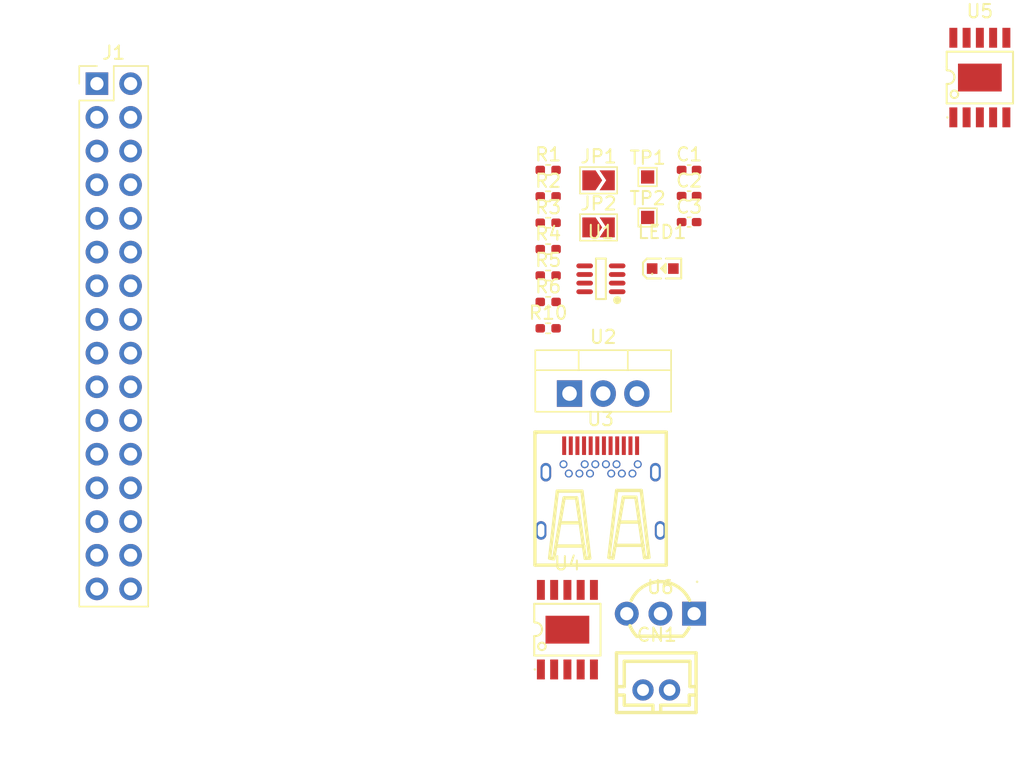
<source format=kicad_pcb>
(kicad_pcb (version 20221018) (generator pcbnew)
  (layers (0 "F.Cu" signal) (31 "B.Cu" signal) (34 "B.Paste" user) (35 "F.Paste" user) (36 "B.SilkS" user "B.Silkscreen") (37 "F.SilkS" user "F.Silkscreen") (38 "B.Mask" user) (39 "F.Mask" user) (44 "Edge.Cuts" user))
  (net 0 "")
  (net 1 "/VBUS")
  (net 2 "/GND")
  (net 3 "/Step_5V")
  (net 4 "Net-(U4-VDD)")
  (net 5 "/BATT_OUT")
  (net 6 "/BATTERY")
  (net 7 "/Motor2_B_OUT")
  (net 8 "/Motot2_A_OUT")
  (net 9 "/Motor4_A_OUT")
  (net 10 "/MOTOR2_CTRL1")
  (net 11 "/Motor4_B_OUT")
  (net 12 "/MOTOR2_CTRL2")
  (net 13 "/CTRL_EXT_LOAD2")
  (net 14 "/MOTOR4_CTRL1")
  (net 16 "/MOTOR4_CTRL2")
  (net 17 "/EXT_LOAD2_OUT")
  (net 19 "/FAST_CHARGE")
  (net 21 "/I2C1_SCL")
  (net 22 "/I2C1_SDA")
  (net 23 "/3V3")
  (net 24 "/5V")
  (net 25 "/EXT_LOAD1_OUT")
  (net 26 "/9V")
  (net 27 "/MOTOR3_CTRL1")
  (net 28 "/CTRL_EXT_LOAD1")
  (net 29 "/MOTOR3_CTRL2")
  (net 30 "/MOTOR3_A_OUT")
  (net 31 "/MOTOR1_CTRL1")
  (net 32 "/MOTOR3_B_OUT")
  (net 33 "/MOTOR1_CTRL2")
  (net 34 "/MOTOR1_B_OUT")
  (net 35 "/MOTOR1_A_OUT")
  (net 36 "Net-(JP1-A)")
  (net 37 "/CC2")
  (net 38 "Net-(JP2-A)")
  (net 39 "Net-(LED1-A)")
  (net 40 "Net-(U4-CFG1)")
  (net 41 "Net-(U4-VBUS)")
  (net 42 "Net-(U5-CHRG)")
  (net 43 "Net-(U1-A1)")
  (net 44 "Net-(U6-C)")
  (net 45 "/PROG")
  (net 51 "/CC1")
  (footprint "Jumper:SolderJumper-2_P1.3mm_Open_TrianglePad1.0x1.5mm" (layer "F.Cu") (at 88.628 65.707898)
    (fp_text reference "JP1" (at 0 -1.8) (layer "F.SilkS"))
    (fp_text value "Jumper_2_Open")
    (fp_line (start -1.4 -1) (end 1.4 -1) (stroke (width 0.12)) (layer "F.SilkS"))
    (fp_line (start -1.4 1) (end -1.4 -1) (stroke (width 0.12)) (layer "F.SilkS"))
    (fp_line (start 1.4 -1) (end 1.4 1) (stroke (width 0.12)) (layer "F.SilkS"))
    (fp_line (start 1.4 1) (end -1.4 1) (stroke (width 0.12)) (layer "F.SilkS"))
    (pad "1" smd custom (at -0.725 0) (size 0.3 0.3) (layers "F.Cu" "F.Mask") (net 36 "Net-(JP1-A)") (options (clearance outline) (anchor rect)) (primitives (gr_poly (pts (xy 1 0) (xy 0.5 0.75) (xy -0.5 0.75) (xy -0.5 -0.75) (xy 0.5 -0.75)) (width 0) (fill yes))))
    (pad "2" smd custom (at 0.725 0) (size 0.3 0.3) (layers "F.Cu" "F.Mask") (net 37 "/CC2") (options (clearance outline) (anchor rect)) (primitives (gr_poly (pts (xy 0.5 0.75) (xy -0.65 0.75) (xy -0.15 0) (xy -0.65 -0.75) (xy 0.5 -0.75)) (width 0) (fill yes))))
  )
  (footprint "usb c:USB-C-SMD_C67380" (layer "F.Cu") (at 88.78301 88.913805)
    (fp_text reference "U3" (at 0 -5.195326) (layer "F.SilkS"))
    (fp_text value "FUC-24F11-SNLB1")
    (fp_line (start -4.95301 -4.222504) (end -4.95301 5.810516) (stroke (width 0.254001)) (layer "F.SilkS"))
    (fp_line (start -4.95301 5.810516) (end 4.95301 5.810516) (stroke (width 0.254001)) (layer "F.SilkS"))
    (fp_line (start -3.845237 5.285014) (end -3.261036 0.230404) (stroke (width 0.254001)) (layer "F.SilkS"))
    (fp_line (start -3.540386 5.335789) (end -3.845237 5.285014) (stroke (width 0.254001)) (layer "F.SilkS"))
    (fp_line (start -3.261036 0.230404) (end -1.406807 0.230404) (stroke (width 0.254001)) (layer "F.SilkS"))
    (fp_line (start -2.753035 0.738405) (end -3.540386 5.335789) (stroke (width 0.254001)) (layer "F.SilkS"))
    (fp_line (start -1.813233 0.738405) (end -2.753035 0.738405) (stroke (width 0.254001)) (layer "F.SilkS"))
    (fp_line (start -1.584608 2.618009) (end -3.032385 2.618009) (stroke (width 0.254001)) (layer "F.SilkS"))
    (fp_line (start -1.406807 0.230404) (end -0.825146 5.277369) (stroke (width 0.254001)) (layer "F.SilkS"))
    (fp_line (start -1.254382 4.370638) (end -3.337236 4.370638) (stroke (width 0.254001)) (layer "F.SilkS"))
    (fp_line (start -1.157912 5.302794) (end -1.813233 0.738405) (stroke (width 0.254001)) (layer "F.SilkS"))
    (fp_line (start -0.825146 5.277369) (end -1.157912 5.302794) (stroke (width 0.254001)) (layer "F.SilkS"))
    (fp_line (start 0.625197 5.234214) (end 0.929972 5.285014) (stroke (width 0.254001)) (layer "F.SilkS"))
    (fp_line (start 0.929972 5.285014) (end 1.717399 0.68763) (stroke (width 0.254001)) (layer "F.SilkS"))
    (fp_line (start 1.209398 0.179629) (end 0.625197 5.234214) (stroke (width 0.254001)) (layer "F.SilkS"))
    (fp_line (start 1.717399 0.68763) (end 2.657201 0.68763) (stroke (width 0.254001)) (layer "F.SilkS"))
    (fp_line (start 2.657201 0.68763) (end 3.312522 5.252019) (stroke (width 0.254001)) (layer "F.SilkS"))
    (fp_line (start 2.885776 2.567209) (end 1.437973 2.567209) (stroke (width 0.254001)) (layer "F.SilkS"))
    (fp_line (start 3.063627 0.179629) (end 1.209398 0.179629) (stroke (width 0.254001)) (layer "F.SilkS"))
    (fp_line (start 3.215977 4.319787) (end 1.133198 4.319787) (stroke (width 0.254001)) (layer "F.SilkS"))
    (fp_line (start 3.312522 5.252019) (end 3.645237 5.226594) (stroke (width 0.254001)) (layer "F.SilkS"))
    (fp_line (start 3.645237 5.226594) (end 3.063627 0.179629) (stroke (width 0.254001)) (layer "F.SilkS"))
    (fp_line (start 4.95301 -4.222504) (end -4.95301 -4.222504) (stroke (width 0.254001)) (layer "F.SilkS"))
    (fp_line (start 4.95301 5.810516) (end 4.95301 -4.222504) (stroke (width 0.254001)) (layer "F.SilkS"))
    (fp_circle (center -4.800076 -4.1476) (end -4.770079 -4.1476) (stroke (width 0.059995)) (fill none) (layer "F.SilkS"))
    (pad "" np_thru_hole circle (at -3.599949 -2.444501) (size 0.649987 0.649987) (drill 0.649987) (layers "*.Cu" "*.Mask"))
    (pad "" np_thru_hole circle (at 3.749809 -2.444501) (size 0.950013 0.950013) (drill 0.950013) (layers "*.Cu" "*.Mask"))
    (pad "13" thru_hole oval (at 4.129794 -1.194564 180) (size 0.8 1.4) (drill oval 0.500025 1) (layers "*.Cu" "*.Mask"))
    (pad "14" thru_hole oval (at -4.130048 -1.194564 180) (size 0.8 1.4) (drill oval 0.500025 1) (layers "*.Cu" "*.Mask"))
    (pad "15" thru_hole oval (at -4.489967 3.195326 180) (size 0.8 1.4) (drill oval 0.500025 1) (layers "*.Cu" "*.Mask"))
    (pad "16" thru_hole oval (at 4.489967 3.195326 180) (size 0.8 1.4) (drill oval 0.500025 1) (layers "*.Cu" "*.Mask"))
    (pad "A1" smd rect (at -2.749301 -3.195326 180) (size 0.3 1.4) (layers "F.Cu" "F.Paste" "F.Mask") (net 2 "/GND"))
    (pad "A2" smd rect (at -2.250191 -3.195326 180) (size 0.3 1.4) (layers "F.Cu" "F.Paste" "F.Mask"))
    (pad "A3" smd rect (at -1.75108 -3.195326 180) (size 0.3 1.4) (layers "F.Cu" "F.Paste" "F.Mask"))
    (pad "A4" smd rect (at -1.250699 -3.195326 180) (size 0.3 1.4) (layers "F.Cu" "F.Paste" "F.Mask") (net 1 "/VBUS"))
    (pad "A5" smd rect (at -0.750318 -3.195326 180) (size 0.3 1.4) (layers "F.Cu" "F.Paste" "F.Mask") (net 51 "/CC1"))
    (pad "A6" smd rect (at -0.249936 -3.195326 180) (size 0.3 1.4) (layers "F.Cu" "F.Paste" "F.Mask"))
    (pad "A7" smd rect (at 0.250445 -3.195326 180) (size 0.3 1.4) (layers "F.Cu" "F.Paste" "F.Mask"))
    (pad "A8" smd rect (at 0.750826 -3.195326 180) (size 0.3 1.4) (layers "F.Cu" "F.Paste" "F.Mask"))
    (pad "A9" smd rect (at 1.249936 -3.195326 180) (size 0.3 1.4) (layers "F.Cu" "F.Paste" "F.Mask") (net 1 "/VBUS"))
    (pad "A10" smd rect (at 1.749047 -3.195326 180) (size 0.3 1.4) (layers "F.Cu" "F.Paste" "F.Mask"))
    (pad "A11" smd rect (at 2.249428 -3.195326 180) (size 0.3 1.4) (layers "F.Cu" "F.Paste" "F.Mask"))
    (pad "A12" smd rect (at 2.749809 -3.195326 180) (size 0.3 1.4) (layers "F.Cu" "F.Paste" "F.Mask") (net 2 "/GND"))
    (pad "B1" thru_hole circle (at 2.799848 -1.794514 180) (size 0.6 0.6) (drill 0.4) (layers "*.Cu" "*.Mask") (net 2 "/GND"))
    (pad "B2" thru_hole circle (at 2.399797 -1.094488 180) (size 0.6 0.6) (drill 0.4) (layers "*.Cu" "*.Mask"))
    (pad "B3" thru_hole circle (at 1.599949 -1.094488 180) (size 0.6 0.6) (drill 0.4) (layers "*.Cu" "*.Mask"))
    (pad "B4" thru_hole circle (at 1.199898 -1.794514 180) (size 0.6 0.6) (drill 0.4) (layers "*.Cu" "*.Mask") (net 1 "/VBUS"))
    (pad "B5" thru_hole circle (at 0.799848 -1.094488 180) (size 0.6 0.6) (drill 0.4) (layers "*.Cu" "*.Mask") (net 36 "Net-(JP1-A)"))
    (pad "B6" thru_hole circle (at 0.399797 -1.794514 180) (size 0.6 0.6) (drill 0.4) (layers "*.Cu" "*.Mask"))
    (pad "B7" thru_hole circle (at -0.400051 -1.794514 180) (size 0.6 0.6) (drill 0.4) (layers "*.Cu" "*.Mask"))
    (pad "B8" thru_hole circle (at -0.800102 -1.094488 180) (size 0.6 0.6) (drill 0.4) (layers "*.Cu" "*.Mask"))
    (pad "B9" thru_hole circle (at -1.200152 -1.794514 180) (size 0.6 0.6) (drill 0.4) (layers "*.Cu" "*.Mask") (net 1 "/VBUS"))
    (pad "B10" thru_hole circle (at -1.600203 -1.094488 180) (size 0.6 0.6) (drill 0.4) (layers "*.Cu" "*.Mask"))
    (pad "B11" thru_hole circle (at -2.400051 -1.094488 180) (size 0.6 0.6) (drill 0.4) (layers "*.Cu" "*.Mask"))
    (pad "B12" thru_hole circle (at -2.800102 -1.794514 180) (size 0.6 0.6) (drill 0.4) (layers "*.Cu" "*.Mask") (net 2 "/GND"))
  )
  (footprint "Resistor_SMD:R_0402_1005Metric_Pad0.72x0.64mm_HandSolder" (layer "F.Cu") (at 84.828 64.927898)
    (fp_text reference "R1" (at 0 -1.17) (layer "F.SilkS"))
    (fp_text value "1k")
    (fp_line (start -0.167621 -0.38) (end 0.167621 -0.38) (stroke (width 0.12)) (layer "F.SilkS"))
    (fp_line (start -0.167621 0.38) (end 0.167621 0.38) (stroke (width 0.12)) (layer "F.SilkS"))
    (pad "1" smd roundrect (at -0.5975 0) (size 0.715 0.64) (layers "F.Cu" "F.Paste" "F.Mask") (net 4 "Net-(U4-VDD)"))
    (pad "2" smd roundrect (at 0.5975 0) (size 0.715 0.64) (layers "F.Cu" "F.Paste" "F.Mask") (net 1 "/VBUS"))
  )
  (footprint "ina219:SOT-23-8_L3.0-W1.7-P0.65-LS2.8-BR" (layer "F.Cu") (at 88.805057 73.135311)
    (fp_text reference "U1" (at 0 -3.526213) (layer "F.SilkS"))
    (fp_text value "INA219AIDCNR")
    (fp_line (start -0.3714 -1.526213) (end 0.3714 -1.526213) (stroke (width 0.1524)) (layer "F.SilkS"))
    (fp_line (start -0.3714 1.526213) (end -0.3714 -1.526213) (stroke (width 0.1524)) (layer "F.SilkS"))
    (fp_line (start 0.3714 -1.526213) (end 0.3714 1.526213) (stroke (width 0.1524)) (layer "F.SilkS"))
    (fp_line (start 0.3714 1.526213) (end -0.3714 1.526213) (stroke (width 0.1524)) (layer "F.SilkS"))
    (fp_circle (center 1.22606 1.609347) (end 1.376175 1.609347) (stroke (width 0.3)) (fill none) (layer "F.SilkS"))
    (fp_circle (center 1.400051 1.450089) (end 1.430023 1.450089) (stroke (width 0.059995)) (fill none) (layer "F.SilkS"))
    (pad "1" smd oval (at 1.22606 0.975108) (size 1.251994 0.364008) (layers "F.Cu" "F.Paste" "F.Mask") (net 6 "/BATTERY"))
    (pad "2" smd oval (at 1.22606 0.325121) (size 1.251994 0.364008) (layers "F.Cu" "F.Paste" "F.Mask") (net 5 "/BATT_OUT"))
    (pad "3" smd oval (at 1.22606 -0.324867) (size 1.251994 0.364008) (layers "F.Cu" "F.Paste" "F.Mask") (net 2 "/GND"))
    (pad "4" smd oval (at 1.22606 -0.975108) (size 1.251994 0.364008) (layers "F.Cu" "F.Paste" "F.Mask") (net 23 "/3V3"))
    (pad "5" smd oval (at -1.22606 -0.975108) (size 1.251994 0.364008) (layers "F.Cu" "F.Paste" "F.Mask") (net 21 "/I2C1_SCL"))
    (pad "6" smd oval (at -1.22606 -0.324867) (size 1.251994 0.364008) (layers "F.Cu" "F.Paste" "F.Mask") (net 22 "/I2C1_SDA"))
    (pad "7" smd oval (at -1.22606 0.325121) (size 1.251994 0.364008) (layers "F.Cu" "F.Paste" "F.Mask") (net 38 "Net-(JP2-A)"))
    (pad "8" smd oval (at -1.22606 0.975108) (size 1.251994 0.364008) (layers "F.Cu" "F.Paste" "F.Mask") (net 43 "Net-(U1-A1)"))
  )
  (footprint "Capacitor_SMD:C_0402_1005Metric_Pad0.74x0.62mm_HandSolder" (layer "F.Cu") (at 95.458 68.857898)
    (fp_text reference "C3" (at 0 -1.16) (layer "F.SilkS"))
    (fp_text value "1uF")
    (fp_line (start -0.115835 -0.36) (end 0.115835 -0.36) (stroke (width 0.12)) (layer "F.SilkS"))
    (fp_line (start -0.115835 0.36) (end 0.115835 0.36) (stroke (width 0.12)) (layer "F.SilkS"))
    (pad "1" smd roundrect (at -0.5675 0) (size 0.735 0.62) (layers "F.Cu" "F.Paste" "F.Mask") (net 4 "Net-(U4-VDD)"))
    (pad "2" smd roundrect (at 0.5675 0) (size 0.735 0.62) (layers "F.Cu" "F.Paste" "F.Mask") (net 2 "/GND"))
  )
  (footprint "batt_conn:CONN-TH_B2B-PH-K-S" (layer "F.Cu") (at 92.98 104.14)
    (fp_text reference "CN1" (at 0.039522 -4.159004) (layer "F.SilkS"))
    (fp_text value "B2B-PH-K-S(LF)(SN)")
    (fp_line (start -3 -2.800102) (end -3 1.700025) (stroke (width 0.254001)) (layer "F.SilkS"))
    (fp_line (start -3 1.700025) (end 3 1.700025) (stroke (width 0.254001)) (layer "F.SilkS"))
    (fp_line (start -2.921006 -0.254001) (end -2.413005 -0.254001) (stroke (width 0.254001)) (layer "F.SilkS"))
    (fp_line (start -2.921006 0.381001) (end -2.413005 0.381001) (stroke (width 0.254001)) (layer "F.SilkS"))
    (fp_line (start -2.413005 -2.159004) (end 2.540005 -2.159004) (stroke (width 0.254001)) (layer "F.SilkS"))
    (fp_line (start -2.413005 -0.254001) (end -2.413005 -2.159004) (stroke (width 0.254001)) (layer "F.SilkS"))
    (fp_line (start -2.413005 0.381001) (end -2.413005 1.143002) (stroke (width 0.254001)) (layer "F.SilkS"))
    (fp_line (start -2.413005 1.143002) (end -0.254001 1.143002) (stroke (width 0.254001)) (layer "F.SilkS"))
    (fp_line (start -0.254001 1.143002) (end -0.254001 1.651003) (stroke (width 0.254001)) (layer "F.SilkS"))
    (fp_line (start 0.333045 1.143002) (end 0.333045 1.651003) (stroke (width 0.254001)) (layer "F.SilkS"))
    (fp_line (start 2.49205 0.381001) (end 2.49205 1.143002) (stroke (width 0.254001)) (layer "F.SilkS"))
    (fp_line (start 2.49205 1.143002) (end 0.333045 1.143002) (stroke (width 0.254001)) (layer "F.SilkS"))
    (fp_line (start 2.540005 -2.159004) (end 2.540005 -0.254001) (stroke (width 0.254001)) (layer "F.SilkS"))
    (fp_line (start 2.540005 -0.254001) (end 2.921006 -0.254001) (stroke (width 0.254001)) (layer "F.SilkS"))
    (fp_line (start 3 -2.800102) (end -3 -2.800102) (stroke (width 0.254001)) (layer "F.SilkS"))
    (fp_line (start 3 1.700025) (end 3 -2.800102) (stroke (width 0.254001)) (layer "F.SilkS"))
    (fp_line (start 3.000051 0.381001) (end 2.49205 0.381001) (stroke (width 0.254001)) (layer "F.SilkS"))
    (fp_circle (center 2.949962 -2.800102) (end 2.979934 -2.800102) (stroke (width 0.059995)) (fill none) (layer "F.SilkS"))
    (pad "1" thru_hole circle (at 1 0 180) (size 1.6 1.6) (drill 0.900025) (layers "*.Cu" "*.Mask") (net 6 "/BATTERY"))
    (pad "2" thru_hole circle (at -1 0 180) (size 1.6 1.6) (drill 0.900025) (layers "*.Cu" "*.Mask") (net 5 "/BATT_OUT"))
  )
  (footprint "Resistor_SMD:R_0402_1005Metric_Pad0.72x0.64mm_HandSolder" (layer "F.Cu") (at 84.828 70.897898)
    (fp_text reference "R4" (at 0 -1.17) (layer "F.SilkS"))
    (fp_text value "1k")
    (fp_line (start -0.167621 -0.38) (end 0.167621 -0.38) (stroke (width 0.12)) (layer "F.SilkS"))
    (fp_line (start -0.167621 0.38) (end 0.167621 0.38) (stroke (width 0.12)) (layer "F.SilkS"))
    (pad "1" smd roundrect (at -0.5975 0) (size 0.715 0.64) (layers "F.Cu" "F.Paste" "F.Mask") (net 42 "Net-(U5-CHRG)"))
    (pad "2" smd roundrect (at 0.5975 0) (size 0.715 0.64) (layers "F.Cu" "F.Paste" "F.Mask") (net 39 "Net-(LED1-A)"))
  )
  (footprint "Capacitor_SMD:C_0402_1005Metric_Pad0.74x0.62mm_HandSolder" (layer "F.Cu") (at 95.458 66.887898)
    (fp_text reference "C2" (at 0 -1.16) (layer "F.SilkS"))
    (fp_text value "10uf")
    (fp_line (start -0.115835 -0.36) (end 0.115835 -0.36) (stroke (width 0.12)) (layer "F.SilkS"))
    (fp_line (start -0.115835 0.36) (end 0.115835 0.36) (stroke (width 0.12)) (layer "F.SilkS"))
    (pad "1" smd roundrect (at -0.5675 0) (size 0.735 0.62) (layers "F.Cu" "F.Paste" "F.Mask") (net 3 "/Step_5V"))
    (pad "2" smd roundrect (at 0.5675 0) (size 0.735 0.62) (layers "F.Cu" "F.Paste" "F.Mask") (net 2 "/GND"))
  )
  (footprint "tc4056:ESSOP-10_L4.9-W3.9-P1.0-LS6.0-TL-EP" (layer "F.Cu") (at 117.379924 57.959873)
    (fp_text reference "U5" (at 0 -5.000127) (layer "F.SilkS"))
    (fp_text value "TC4056A")
    (fp_line (start -2.5 -1.949962) (end 2.5 -1.949962) (stroke (width 0.150013)) (layer "F.SilkS"))
    (fp_line (start -2.5 -0.81999) (end -2.5 -1.949962) (stroke (width 0.150013)) (layer "F.SilkS"))
    (fp_line (start -2.5 -0.58001) (end -2.5 -0.81999) (stroke (width 0.150013)) (layer "F.SilkS"))
    (fp_line (start -2.5 0.480036) (end -2.399975 0.480036) (stroke (width 0.150013)) (layer "F.SilkS"))
    (fp_line (start -2.5 1.950013) (end -2.5 0.480036) (stroke (width 0.150013)) (layer "F.SilkS"))
    (fp_line (start -2.5 1.950013) (end 2.5 1.950013) (stroke (width 0.150013)) (layer "F.SilkS"))
    (fp_line (start -2.46002 -0.540005) (end -2.5 -0.58001) (stroke (width 0.150013)) (layer "F.SilkS"))
    (fp_line (start 2.5 1.950013) (end 2.5 -1.949962) (stroke (width 0.150013)) (layer "F.SilkS"))
    (fp_arc (start -2.459995 -0.540005) (mid -2.063915 -0.396079) (end -1.91999 0.000001) (stroke (width 0.150013)) (layer "F.SilkS"))
    (fp_arc (start -1.91999 0) (mid -2.060582 0.339418) (end -2.4 0.48001) (stroke (width 0.150013)) (layer "F.SilkS"))
    (fp_circle (center -2.450013 3.000127) (end -2.420041 3.000127) (stroke (width 0.059995)) (fill none) (layer "F.SilkS"))
    (fp_circle (center -1.919914 1.260224) (end -1.635687 1.260224) (stroke (width 0.150013)) (fill none) (layer "F.SilkS"))
    (pad "1" smd rect (at -1.999924 3.000127 90) (size 1.5 0.6) (layers "F.Cu" "F.Paste" "F.Mask") (net 2 "/GND"))
    (pad "2" smd rect (at -0.999924 3.000127 90) (size 1.5 0.6) (layers "F.Cu" "F.Paste" "F.Mask") (net 45 "/PROG"))
    (pad "3" smd rect (at 0.000076 3.000127 90) (size 1.5 0.6) (layers "F.Cu" "F.Paste" "F.Mask") (net 2 "/GND"))
    (pad "4" smd rect (at 1.000076 3.000127 90) (size 1.5 0.6) (layers "F.Cu" "F.Paste" "F.Mask") (net 3 "/Step_5V"))
    (pad "5" smd rect (at 2.000076 3.000127 90) (size 1.5 0.6) (layers "F.Cu" "F.Paste" "F.Mask") (net 6 "/BATTERY"))
    (pad "6" smd rect (at 2.000076 -2.999873 90) (size 1.5 0.6) (layers "F.Cu" "F.Paste" "F.Mask"))
    (pad "7" smd rect (at 1.000076 -3.000127 90) (size 1.5 0.6) (layers "F.Cu" "F.Paste" "F.Mask") (net 42 "Net-(U5-CHRG)"))
    (pad "8" smd rect (at 0.000076 -3.000127 90) (size 1.5 0.6) (layers "F.Cu" "F.Paste" "F.Mask") (net 2 "/GND"))
    (pad "9" smd rect (at -0.999924 -3.000127 90) (size 1.5 0.6) (layers "F.Cu" "F.Paste" "F.Mask") (net 2 "/GND"))
    (pad "10" smd rect (at -1.999924 -2.999873 90) (size 1.5 0.6) (layers "F.Cu" "F.Paste" "F.Mask"))
    (pad "11" smd rect (at 0.000076 -0.000127 180) (size 3.3 2.1) (layers "F.Cu" "F.Paste" "F.Mask"))
  )
  (footprint "TestPoint:TestPoint_Pad_1.0x1.0mm" (layer "F.Cu") (at 92.328 65.457898)
    (fp_text reference "TP1" (at 0 -1.448) (layer "F.SilkS"))
    (fp_text value "TestPoint")
    (fp_line (start -0.7 -0.7) (end 0.7 -0.7) (stroke (width 0.12)) (layer "F.SilkS"))
    (fp_line (start -0.7 0.7) (end -0.7 -0.7) (stroke (width 0.12)) (layer "F.SilkS"))
    (fp_line (start 0.7 -0.7) (end 0.7 0.7) (stroke (width 0.12)) (layer "F.SilkS"))
    (fp_line (start 0.7 0.7) (end -0.7 0.7) (stroke (width 0.12)) (layer "F.SilkS"))
    (pad "1" smd rect (at 0 0) (size 1 1) (layers "F.Cu" "F.Mask") (net 1 "/VBUS"))
  )
  (footprint "Resistor_SMD:R_0402_1005Metric_Pad0.72x0.64mm_HandSolder" (layer "F.Cu") (at 84.828 72.887898)
    (fp_text reference "R5" (at 0 -1.17) (layer "F.SilkS"))
    (fp_text value "1k")
    (fp_line (start -0.167621 -0.38) (end 0.167621 -0.38) (stroke (width 0.12)) (layer "F.SilkS"))
    (fp_line (start -0.167621 0.38) (end 0.167621 0.38) (stroke (width 0.12)) (layer "F.SilkS"))
    (pad "1" smd roundrect (at -0.5975 0) (size 0.715 0.64) (layers "F.Cu" "F.Paste" "F.Mask") (net 23 "/3V3"))
    (pad "2" smd roundrect (at 0.5975 0) (size 0.715 0.64) (layers "F.Cu" "F.Paste" "F.Mask") (net 43 "Net-(U1-A1)"))
  )
  (footprint "npn:TO-92-3_L4.8-W3.7-P2.54-R" (layer "F.Cu") (at 93.293005 98.386507)
    (fp_text reference "U6" (at 0 -2) (layer "F.SilkS"))
    (fp_text value "2N2222A")
    (fp_line (start -1.781001 1.7) (end 1.7 1.7) (stroke (width 0.254001)) (layer "F.SilkS"))
    (fp_arc (start -2.203759 -0.991694) (mid -0.004559 -2.416604) (end 2.2 -1) (stroke (width 0.254001)) (layer "F.SilkS"))
    (fp_arc (start -1.798527 1.692736) (mid -2.087244 1.320394) (end -2.3 0.9) (stroke (width 0.254001)) (layer "F.SilkS"))
    (fp_arc (start -1.781001 1.7) (mid -1.790486 1.698111) (end -1.798527 1.692736) (stroke (width 0.254001)) (layer "F.SilkS"))
    (fp_arc (start 2.150343 1.075184) (mid 1.950355 1.405743) (end 1.7 1.7) (stroke (width 0.254001)) (layer "F.SilkS"))
    (fp_circle (center 2.764999 -2.4) (end 2.794996 -2.4) (stroke (width 0.059995)) (fill none) (layer "F.SilkS"))
    (pad "1" thru_hole rect (at 2.540005 0 270) (size 1.8 1.8) (drill 1) (layers "*.Cu" "*.Mask") (net 44 "Net-(U6-C)"))
    (pad "2" thru_hole circle (at 0 0 270) (size 1.8 1.8) (drill 1) (layers "*.Cu" "*.Mask") (net 19 "/FAST_CHARGE"))
    (pad "3" thru_hole circle (at -2.540005 0 270) (size 1.8 1.8) (drill 1) (layers "*.Cu" "*.Mask") (net 2 "/GND"))
  )
  (footprint "ch224:ESSOP-10_L4.9-W3.9-P1.0-LS6.0-TL-EP" (layer "F.Cu") (at 86.278006 99.593025)
    (fp_text reference "U4" (at 0 -5.000127) (layer "F.SilkS"))
    (fp_text value "CH224K")
    (fp_line (start -2.5 -1.949962) (end 2.5 -1.949962) (stroke (width 0.150013)) (layer "F.SilkS"))
    (fp_line (start -2.5 -0.81999) (end -2.5 -1.949962) (stroke (width 0.150013)) (layer "F.SilkS"))
    (fp_line (start -2.5 -0.58001) (end -2.5 -0.81999) (stroke (width 0.150013)) (layer "F.SilkS"))
    (fp_line (start -2.5 0.480036) (end -2.399975 0.480036) (stroke (width 0.150013)) (layer "F.SilkS"))
    (fp_line (start -2.5 1.950013) (end -2.5 0.480036) (stroke (width 0.150013)) (layer "F.SilkS"))
    (fp_line (start -2.5 1.950013) (end 2.5 1.950013) (stroke (width 0.150013)) (layer "F.SilkS"))
    (fp_line (start -2.46002 -0.540005) (end -2.5 -0.58001) (stroke (width 0.150013)) (layer "F.SilkS"))
    (fp_line (start 2.5 1.950013) (end 2.5 -1.949962) (stroke (width 0.150013)) (layer "F.SilkS"))
    (fp_arc (start -2.459995 -0.540005) (mid -2.063915 -0.396079) (end -1.91999 0.000001) (stroke (width 0.150013)) (layer "F.SilkS"))
    (fp_arc (start -1.91999 0) (mid -2.060582 0.339418) (end -2.4 0.48001) (stroke (width 0.150013)) (layer "F.SilkS"))
    (fp_circle (center -2.450013 3.000127) (end -2.420041 3.000127) (stroke (width 0.059995)) (fill none) (layer "F.SilkS"))
    (fp_circle (center -1.919914 1.260224) (end -1.635687 1.260224) (stroke (width 0.150013)) (fill none) (layer "F.SilkS"))
    (pad "1" smd rect (at -1.999924 3.000127 90) (size 1.5 0.6) (layers "F.Cu" "F.Paste" "F.Mask") (net 4 "Net-(U4-VDD)"))
    (pad "2" smd rect (at -0.999924 3.000127 90) (size 1.5 0.6) (layers "F.Cu" "F.Paste" "F.Mask"))
    (pad "3" smd rect (at 0.000076 3.000127 90) (size 1.5 0.6) (layers "F.Cu" "F.Paste" "F.Mask"))
    (pad "4" smd rect (at 1.000076 3.000127 90) (size 1.5 0.6) (layers "F.Cu" "F.Paste" "F.Mask"))
    (pad "5" smd rect (at 2.000076 3.000127 90) (size 1.5 0.6) (layers "F.Cu" "F.Paste" "F.Mask"))
    (pad "6" smd rect (at 2.000076 -2.999873 90) (size 1.5 0.6) (layers "F.Cu" "F.Paste" "F.Mask") (net 37 "/CC2"))
    (pad "7" smd rect (at 1.000076 -3.000127 90) (size 1.5 0.6) (layers "F.Cu" "F.Paste" "F.Mask") (net 51 "/CC1"))
    (pad "8" smd rect (at 0.000076 -3.000127 90) (size 1.5 0.6) (layers "F.Cu" "F.Paste" "F.Mask") (net 41 "Net-(U4-VBUS)"))
    (pad "9" smd rect (at -0.999924 -3.000127 90) (size 1.5 0.6) (layers "F.Cu" "F.Paste" "F.Mask") (net 40 "Net-(U4-CFG1)"))
    (pad "10" smd rect (at -1.999924 -2.999873 90) (size 1.5 0.6) (layers "F.Cu" "F.Paste" "F.Mask"))
    (pad "11" smd rect (at 0.000076 -0.000127 180) (size 3.3 2.1) (layers "F.Cu" "F.Paste" "F.Mask") (net 2 "/GND"))
  )
  (footprint "Resistor_SMD:R_0402_1005Metric_Pad0.72x0.64mm_HandSolder" (layer "F.Cu") (at 84.828 66.917898)
    (fp_text reference "R2" (at 0 -1.17) (layer "F.SilkS"))
    (fp_text value "6.8k")
    (fp_line (start -0.167621 -0.38) (end 0.167621 -0.38) (stroke (width 0.12)) (layer "F.SilkS"))
    (fp_line (start -0.167621 0.38) (end 0.167621 0.38) (stroke (width 0.12)) (layer "F.SilkS"))
    (pad "1" smd roundrect (at -0.5975 0) (size 0.715 0.64) (layers "F.Cu" "F.Paste" "F.Mask") (net 2 "/GND"))
    (pad "2" smd roundrect (at 0.5975 0) (size 0.715 0.64) (layers "F.Cu" "F.Paste" "F.Mask") (net 40 "Net-(U4-CFG1)"))
  )
  (footprint "Resistor_SMD:R_0402_1005Metric_Pad0.72x0.64mm_HandSolder" (layer "F.Cu") (at 84.828 76.867898)
    (fp_text reference "R10" (at 0 -1.17) (layer "F.SilkS"))
    (fp_text value "6k")
    (fp_line (start -0.167621 -0.38) (end 0.167621 -0.38) (stroke (width 0.12)) (layer "F.SilkS"))
    (fp_line (start -0.167621 0.38) (end 0.167621 0.38) (stroke (width 0.12)) (layer "F.SilkS"))
    (pad "1" smd roundrect (at -0.5975 0) (size 0.715 0.64) (layers "F.Cu" "F.Paste" "F.Mask") (net 45 "/PROG"))
    (pad "2" smd roundrect (at 0.5975 0) (size 0.715 0.64) (layers "F.Cu" "F.Paste" "F.Mask") (net 2 "/GND"))
  )
  (footprint "Package_TO_SOT_THT:TO-220-3_Vertical" (layer "F.Cu") (at 86.438 81.787898)
    (fp_text reference "U2" (at 2.54 -4.27) (layer "F.SilkS"))
    (fp_text value "LM7805_TO220")
    (fp_line (start -2.58 -3.27) (end -2.58 1.371) (stroke (width 0.12)) (layer "F.SilkS"))
    (fp_line (start -2.58 -3.27) (end 7.66 -3.27) (stroke (width 0.12)) (layer "F.SilkS"))
    (fp_line (start -2.58 -1.76) (end 7.66 -1.76) (stroke (width 0.12)) (layer "F.SilkS"))
    (fp_line (start -2.58 1.371) (end 7.66 1.371) (stroke (width 0.12)) (layer "F.SilkS"))
    (fp_line (start 0.69 -3.27) (end 0.69 -1.76) (stroke (width 0.12)) (layer "F.SilkS"))
    (fp_line (start 4.391 -3.27) (end 4.391 -1.76) (stroke (width 0.12)) (layer "F.SilkS"))
    (fp_line (start 7.66 -3.27) (end 7.66 1.371) (stroke (width 0.12)) (layer "F.SilkS"))
    (pad "1" thru_hole rect (at 0 0) (size 1.905 2) (drill 1.1) (layers "*.Cu" "*.Mask") (net 1 "/VBUS"))
    (pad "2" thru_hole oval (at 2.54 0) (size 1.905 2) (drill 1.1) (layers "*.Cu" "*.Mask") (net 2 "/GND"))
    (pad "3" thru_hole oval (at 5.08 0) (size 1.905 2) (drill 1.1) (layers "*.Cu" "*.Mask") (net 3 "/Step_5V"))
  )
  (footprint "Resistor_SMD:R_0402_1005Metric_Pad0.72x0.64mm_HandSolder" (layer "F.Cu") (at 84.828 74.877898)
    (fp_text reference "R6" (at 0 -1.17) (layer "F.SilkS"))
    (fp_text value "2k")
    (fp_line (start -0.167621 -0.38) (end 0.167621 -0.38) (stroke (width 0.12)) (layer "F.SilkS"))
    (fp_line (start -0.167621 0.38) (end 0.167621 0.38) (stroke (width 0.12)) (layer "F.SilkS"))
    (pad "1" smd roundrect (at -0.5975 0) (size 0.715 0.64) (layers "F.Cu" "F.Paste" "F.Mask") (net 44 "Net-(U6-C)"))
    (pad "2" smd roundrect (at 0.5975 0) (size 0.715 0.64) (layers "F.Cu" "F.Paste" "F.Mask") (net 45 "/PROG"))
  )
  (footprint "Connector_PinHeader_2.54mm:PinHeader_2x16_P2.54mm_Vertical" (layer "F.Cu") (at 50.8 58.42)
    (fp_text reference "J1" (at 1.27 -2.33) (layer "F.SilkS"))
    (fp_text value "Conn_02x16_Odd_Even")
    (fp_line (start -1.33 -1.33) (end 0 -1.33) (stroke (width 0.12)) (layer "F.SilkS"))
    (fp_line (start -1.33 0) (end -1.33 -1.33) (stroke (width 0.12)) (layer "F.SilkS"))
    (fp_line (start -1.33 1.27) (end -1.33 39.43) (stroke (width 0.12)) (layer "F.SilkS"))
    (fp_line (start -1.33 1.27) (end 1.27 1.27) (stroke (width 0.12)) (layer "F.SilkS"))
    (fp_line (start -1.33 39.43) (end 3.87 39.43) (stroke (width 0.12)) (layer "F.SilkS"))
    (fp_line (start 1.27 -1.33) (end 3.87 -1.33) (stroke (width 0.12)) (layer "F.SilkS"))
    (fp_line (start 1.27 1.27) (end 1.27 -1.33) (stroke (width 0.12)) (layer "F.SilkS"))
    (fp_line (start 3.87 -1.33) (end 3.87 39.43) (stroke (width 0.12)) (layer "F.SilkS"))
    (pad "1" thru_hole rect (at 0 0) (size 1.7 1.7) (drill 1) (layers "*.Cu" "*.Mask") (net 7 "/Motor2_B_OUT"))
    (pad "2" thru_hole oval (at 2.54 0) (size 1.7 1.7) (drill 1) (layers "*.Cu" "*.Mask") (net 8 "/Motot2_A_OUT"))
    (pad "3" thru_hole oval (at 0 2.54) (size 1.7 1.7) (drill 1) (layers "*.Cu" "*.Mask") (net 9 "/Motor4_A_OUT"))
    (pad "4" thru_hole oval (at 2.54 2.54) (size 1.7 1.7) (drill 1) (layers "*.Cu" "*.Mask") (net 10 "/MOTOR2_CTRL1"))
    (pad "5" thru_hole oval (at 0 5.08) (size 1.7 1.7) (drill 1) (layers "*.Cu" "*.Mask") (net 11 "/Motor4_B_OUT"))
    (pad "6" thru_hole oval (at 2.54 5.08) (size 1.7 1.7) (drill 1) (layers "*.Cu" "*.Mask") (net 12 "/MOTOR2_CTRL2"))
    (pad "7" thru_hole oval (at 0 7.62) (size 1.7 1.7) (drill 1) (layers "*.Cu" "*.Mask") (net 13 "/CTRL_EXT_LOAD2"))
    (pad "8" thru_hole oval (at 2.54 7.62) (size 1.7 1.7) (drill 1) (layers "*.Cu" "*.Mask") (net 14 "/MOTOR4_CTRL1"))
    (pad "9" thru_hole oval (at 0 10.16) (size 1.7 1.7) (drill 1) (layers "*.Cu" "*.Mask"))
    (pad "10" thru_hole oval (at 2.54 10.16) (size 1.7 1.7) (drill 1) (layers "*.Cu" "*.Mask") (net 16 "/MOTOR4_CTRL2"))
    (pad "11" thru_hole oval (at 0 12.7) (size 1.7 1.7) (drill 1) (layers "*.Cu" "*.Mask") (net 17 "/EXT_LOAD2_OUT"))
    (pad "12" thru_hole oval (at 2.54 12.7) (size 1.7 1.7) (drill 1) (layers "*.Cu" "*.Mask"))
    (pad "13" thru_hole oval (at 0 15.24) (size 1.7 1.7) (drill 1) (layers "*.Cu" "*.Mask") (net 19 "/FAST_CHARGE"))
    (pad "14" thru_hole oval (at 2.54 15.24) (size 1.7 1.7) (drill 1) (layers "*.Cu" "*.Mask") (net 6 "/BATTERY"))
    (pad "15" thru_hole oval (at 0 17.78) (size 1.7 1.7) (drill 1) (layers "*.Cu" "*.Mask"))
    (pad "16" thru_hole oval (at 2.54 17.78) (size 1.7 1.7) (drill 1) (layers "*.Cu" "*.Mask") (net 21 "/I2C1_SCL"))
    (pad "17" thru_hole oval (at 0 20.32) (size 1.7 1.7) (drill 1) (layers "*.Cu" "*.Mask") (net 22 "/I2C1_SDA"))
    (pad "18" thru_hole oval (at 2.54 20.32) (size 1.7 1.7) (drill 1) (layers "*.Cu" "*.Mask") (net 23 "/3V3"))
    (pad "19" thru_hole oval (at 0 22.86) (size 1.7 1.7) (drill 1) (layers "*.Cu" "*.Mask") (net 2 "/GND"))
    (pad "20" thru_hole oval (at 2.54 22.86) (size 1.7 1.7) (drill 1) (layers "*.Cu" "*.Mask") (net 24 "/5V"))
    (pad "21" thru_hole oval (at 0 25.4) (size 1.7 1.7) (drill 1) (layers "*.Cu" "*.Mask") (net 25 "/EXT_LOAD1_OUT"))
    (pad "22" thru_hole oval (at 2.54 25.4) (size 1.7 1.7) (drill 1) (layers "*.Cu" "*.Mask") (net 26 "/9V"))
    (pad "23" thru_hole oval (at 0 27.94) (size 1.7 1.7) (drill 1) (layers "*.Cu" "*.Mask") (net 2 "/GND"))
    (pad "24" thru_hole oval (at 2.54 27.94) (size 1.7 1.7) (drill 1) (layers "*.Cu" "*.Mask") (net 27 "/MOTOR3_CTRL1"))
    (pad "25" thru_hole oval (at 0 30.48) (size 1.7 1.7) (drill 1) (layers "*.Cu" "*.Mask") (net 28 "/CTRL_EXT_LOAD1"))
    (pad "26" thru_hole oval (at 2.54 30.48) (size 1.7 1.7) (drill 1) (layers "*.Cu" "*.Mask") (net 29 "/MOTOR3_CTRL2"))
    (pad "27" thru_hole oval (at 0 33.02) (size 1.7 1.7) (drill 1) (layers "*.Cu" "*.Mask") (net 30 "/MOTOR3_A_OUT"))
    (pad "28" thru_hole oval (at 2.54 33.02) (size 1.7 1.7) (drill 1) (layers "*.Cu" "*.Mask") (net 31 "/MOTOR1_CTRL1"))
    (pad "29" thru_hole oval (at 0 35.56) (size 1.7 1.7) (drill 1) (layers "*.Cu" "*.Mask") (net 32 "/MOTOR3_B_OUT"))
    (pad "30" thru_hole oval (at 2.54 35.56) (size 1.7 1.7) (drill 1) (layers "*.Cu" "*.Mask") (net 33 "/MOTOR1_CTRL2"))
    (pad "31" thru_hole oval (at 0 38.1) (size 1.7 1.7) (drill 1) (layers "*.Cu" "*.Mask") (net 34 "/MOTOR1_B_OUT"))
    (pad "32" thru_hole oval (at 2.54 38.1) (size 1.7 1.7) (drill 1) (layers "*.Cu" "*.Mask") (net 35 "/MOTOR1_A_OUT"))
  )
  (footprint "Capacitor_SMD:C_0402_1005Metric_Pad0.74x0.62mm_HandSolder" (layer "F.Cu") (at 95.458 64.917898)
    (fp_text reference "C1" (at 0 -1.16) (layer "F.SilkS"))
    (fp_text value "10uf")
    (fp_line (start -0.115835 -0.36) (end 0.115835 -0.36) (stroke (width 0.12)) (layer "F.SilkS"))
    (fp_line (start -0.115835 0.36) (end 0.115835 0.36) (stroke (width 0.12)) (layer "F.SilkS"))
    (pad "1" smd roundrect (at -0.5675 0) (size 0.735 0.62) (layers "F.Cu" "F.Paste" "F.Mask") (net 1 "/VBUS"))
    (pad "2" smd roundrect (at 0.5675 0) (size 0.735 0.62) (layers "F.Cu" "F.Paste" "F.Mask") (net 2 "/GND"))
  )
  (footprint "TestPoint:TestPoint_Pad_1.0x1.0mm" (layer "F.Cu") (at 92.328 68.507898)
    (fp_text reference "TP2" (at 0 -1.448) (layer "F.SilkS"))
    (fp_text value "TestPoint")
    (fp_line (start -0.7 -0.7) (end 0.7 -0.7) (stroke (width 0.12)) (layer "F.SilkS"))
    (fp_line (start -0.7 0.7) (end -0.7 -0.7) (stroke (width 0.12)) (layer "F.SilkS"))
    (fp_line (start 0.7 -0.7) (end 0.7 0.7) (stroke (width 0.12)) (layer "F.SilkS"))
    (fp_line (start 0.7 0.7) (end -0.7 0.7) (stroke (width 0.12)) (layer "F.SilkS"))
    (pad "1" smd rect (at 0 0) (size 1 1) (layers "F.Cu" "F.Mask") (net 6 "/BATTERY"))
  )
  (footprint "Resistor_SMD:R_0402_1005Metric_Pad0.72x0.64mm_HandSolder" (layer "F.Cu") (at 84.828 68.907898)
    (fp_text reference "R3" (at 0 -1.17) (layer "F.SilkS"))
    (fp_text value "10k")
    (fp_line (start -0.167621 -0.38) (end 0.167621 -0.38) (stroke (width 0.12)) (layer "F.SilkS"))
    (fp_line (start -0.167621 0.38) (end 0.167621 0.38) (stroke (width 0.12)) (layer "F.SilkS"))
    (pad "1" smd roundrect (at -0.5975 0) (size 0.715 0.64) (layers "F.Cu" "F.Paste" "F.Mask") (net 1 "/VBUS"))
    (pad "2" smd roundrect (at 0.5975 0) (size 0.715 0.64) (layers "F.Cu" "F.Paste" "F.Mask") (net 41 "Net-(U4-VBUS)"))
  )
  (footprint "Jumper:SolderJumper-2_P1.3mm_Open_TrianglePad1.0x1.5mm" (layer "F.Cu") (at 88.628 69.257898)
    (fp_text reference "JP2" (at 0 -1.8) (layer "F.SilkS"))
    (fp_text value "Jumper_2_Open")
    (fp_line (start -1.4 -1) (end 1.4 -1) (stroke (width 0.12)) (layer "F.SilkS"))
    (fp_line (start -1.4 1) (end -1.4 -1) (stroke (width 0.12)) (layer "F.SilkS"))
    (fp_line (start 1.4 -1) (end 1.4 1) (stroke (width 0.12)) (layer "F.SilkS"))
    (fp_line (start 1.4 1) (end -1.4 1) (stroke (width 0.12)) (layer "F.SilkS"))
    (pad "1" smd custom (at -0.725 0) (size 0.3 0.3) (layers "F.Cu" "F.Mask") (net 38 "Net-(JP2-A)") (options (clearance outline) (anchor rect)) (primitives (gr_poly (pts (xy 1 0) (xy 0.5 0.75) (xy -0.5 0.75) (xy -0.5 -0.75) (xy 0.5 -0.75)) (width 0) (fill yes))))
    (pad "2" smd custom (at 0.725 0) (size 0.3 0.3) (layers "F.Cu" "F.Mask") (net 2 "/GND") (options (clearance outline) (anchor rect)) (primitives (gr_poly (pts (xy 0.5 0.75) (xy -0.65 0.75) (xy -0.15 0) (xy -0.65 -0.75) (xy 0.5 -0.75)) (width 0) (fill yes))))
  )
  (footprint "led101:LED0603-RD" (layer "F.Cu") (at 93.467617 72.364495)
    (fp_text reference "LED1" (at -0.049568 -2.756591) (layer "F.SilkS"))
    (fp_text value "KT-0603R")
    (fp_line (start -1.489611 -0.454331) (end -1.189662 -0.75428) (stroke (width 0.150013)) (layer "F.SilkS"))
    (fp_line (start -1.489611 -0.354178) (end -1.489611 -0.454331) (stroke (width 0.150013)) (layer "F.SilkS"))
    (fp_line (start -1.489611 -0.354178) (end -1.489611 0.345771) (stroke (width 0.150013)) (layer "F.SilkS"))
    (fp_line (start -1.489611 0.345771) (end -1.489611 0.445796) (stroke (width 0.150013)) (layer "F.SilkS"))
    (fp_line (start -1.489611 0.445796) (end -1.189662 0.745847) (stroke (width 0.150013)) (layer "F.SilkS"))
    (fp_line (start -0.139548 -0.75428) (end -1.189662 -0.75428) (stroke (width 0.150013)) (layer "F.SilkS"))
    (fp_line (start -0.139548 0.745847) (end -1.189662 0.745847) (stroke (width 0.150013)) (layer "F.SilkS"))
    (fp_line (start 0.210465 0.32352) (end -0.119583 -0.006528) (stroke (width 0.150013)) (layer "F.SilkS"))
    (fp_line (start 0.220422 -0.356515) (end 0.220422 -0.346533) (stroke (width 0.150013)) (layer "F.SilkS"))
    (fp_line (start 0.220422 -0.356515) (end 0.220422 0.32352) (stroke (width 0.150013)) (layer "F.SilkS"))
    (fp_line (start 0.220422 -0.346533) (end -0.119583 -0.006528) (stroke (width 0.150013)) (layer "F.SilkS"))
    (fp_line (start 0.220422 -0.006528) (end -0.119583 -0.006528) (stroke (width 0.150013)) (layer "F.SilkS"))
    (fp_line (start 0.220422 0.32352) (end 0.210465 0.32352) (stroke (width 0.150013)) (layer "F.SilkS"))
    (fp_line (start 0.240462 -0.756591) (end 1.390475 -0.756591) (stroke (width 0.150013)) (layer "F.SilkS"))
    (fp_line (start 0.240462 0.743536) (end 1.390475 0.743536) (stroke (width 0.150013)) (layer "F.SilkS"))
    (fp_line (start 1.390475 -0.75649) (end 1.390475 0.723444) (stroke (width 0.150013)) (layer "F.SilkS"))
    (fp_circle (center -0.799467 0.40348) (end -0.769495 0.40348) (stroke (width 0.059995)) (fill none) (layer "F.SilkS"))
    (pad "1" smd rect (at -0.799467 0.000127 90) (size 0.8 0.8) (layers "F.Cu" "F.Paste" "F.Mask") (net 2 "/GND"))
    (pad "2" smd rect (at 0.799467 -0.000127 90) (size 0.8 0.8) (layers "F.Cu" "F.Paste" "F.Mask") (net 39 "Net-(LED1-A)"))
  )
)
</source>
